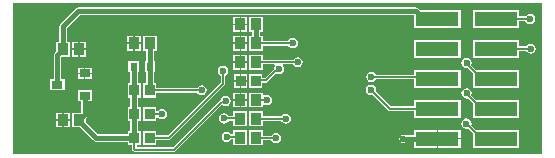
<source format=gbl>
G04*
G04 #@! TF.GenerationSoftware,Altium Limited,Altium Designer,20.2.6 (244)*
G04*
G04 Layer_Physical_Order=2*
G04 Layer_Color=16711680*
%FSLAX25Y25*%
%MOIN*%
G70*
G04*
G04 #@! TF.SameCoordinates,1782C56F-5B0B-48C2-A17B-6D9890C7136C*
G04*
G04*
G04 #@! TF.FilePolarity,Positive*
G04*
G01*
G75*
%ADD11C,0.00500*%
%ADD12C,0.01000*%
%ADD23C,0.02362*%
%ADD24R,0.03543X0.03937*%
%ADD25R,0.03347X0.03740*%
%ADD26R,0.03740X0.02559*%
%ADD27R,0.14488X0.05000*%
%ADD28R,0.02362X0.02756*%
%ADD29C,0.01500*%
G36*
X468095Y326363D02*
X468095Y276000D01*
X291748Y276000D01*
X291748Y326363D01*
X468095Y326363D01*
D02*
G37*
%LPC*%
G36*
X369693Y321760D02*
X367671D01*
Y319541D01*
X369693D01*
Y321760D01*
D02*
G37*
G36*
X367171D02*
X365150D01*
Y319541D01*
X367171D01*
Y321760D01*
D02*
G37*
G36*
X460402Y324181D02*
X444913D01*
Y318181D01*
X460402D01*
Y320416D01*
X462492D01*
X462843Y319890D01*
X463399Y319519D01*
X464055Y319388D01*
X464711Y319519D01*
X465267Y319890D01*
X465639Y320446D01*
X465769Y321102D01*
X465639Y321758D01*
X465267Y322314D01*
X464711Y322686D01*
X464055Y322816D01*
X463399Y322686D01*
X462843Y322314D01*
X462597Y321946D01*
X460402D01*
Y324181D01*
D02*
G37*
G36*
X425906Y324975D02*
X313425D01*
X312937Y324878D01*
X312524Y324602D01*
X307465Y319543D01*
X307189Y319129D01*
X307092Y318642D01*
Y313492D01*
X306095D01*
Y310357D01*
X305595Y309858D01*
X305319Y309444D01*
X305222Y308957D01*
Y300992D01*
X304126D01*
Y297433D01*
X308866D01*
Y300992D01*
X307771D01*
Y308429D01*
X307897Y308555D01*
X310638D01*
Y313492D01*
X309641D01*
Y318114D01*
X313953Y322426D01*
X425378D01*
X425425Y322379D01*
Y318181D01*
X440913D01*
Y324181D01*
X427228D01*
X426807Y324602D01*
X426393Y324878D01*
X425906Y324975D01*
D02*
G37*
G36*
X369693Y319041D02*
X367671D01*
Y316823D01*
X369693D01*
Y319041D01*
D02*
G37*
G36*
X367171D02*
X365150D01*
Y316823D01*
X367171D01*
Y319041D01*
D02*
G37*
G36*
X369693Y315461D02*
X367671D01*
Y313242D01*
X369693D01*
Y315461D01*
D02*
G37*
G36*
X367171D02*
X365150D01*
Y313242D01*
X367171D01*
Y315461D01*
D02*
G37*
G36*
X334260D02*
X332238D01*
Y313242D01*
X334260D01*
Y315461D01*
D02*
G37*
G36*
X331738D02*
X329716D01*
Y313242D01*
X331738D01*
Y315461D01*
D02*
G37*
G36*
X375008Y321760D02*
X370465D01*
Y316823D01*
X371462D01*
Y315461D01*
X370465D01*
Y310524D01*
X375008D01*
Y312227D01*
X383463D01*
X383709Y311859D01*
X384265Y311487D01*
X384921Y311357D01*
X385577Y311487D01*
X386133Y311859D01*
X386505Y312415D01*
X386635Y313071D01*
X386505Y313727D01*
X386133Y314283D01*
X385577Y314654D01*
X384921Y314785D01*
X384265Y314654D01*
X383709Y314283D01*
X383358Y313757D01*
X375008D01*
Y315461D01*
X374011D01*
Y316823D01*
X375008D01*
Y321760D01*
D02*
G37*
G36*
X315953Y313492D02*
X313931D01*
Y311274D01*
X315953D01*
Y313492D01*
D02*
G37*
G36*
X313431D02*
X311409D01*
Y311274D01*
X313431D01*
Y313492D01*
D02*
G37*
G36*
X369693Y312742D02*
X367671D01*
Y310524D01*
X369693D01*
Y312742D01*
D02*
G37*
G36*
X367171D02*
X365150D01*
Y310524D01*
X367171D01*
Y312742D01*
D02*
G37*
G36*
X334260Y312742D02*
X332238D01*
Y310524D01*
X334260D01*
Y312742D01*
D02*
G37*
G36*
X331738D02*
X329716D01*
Y310524D01*
X331738D01*
Y312742D01*
D02*
G37*
G36*
X460402Y314181D02*
X444913D01*
Y308181D01*
X460402D01*
Y310416D01*
X462741D01*
X463040Y309969D01*
X463596Y309597D01*
X464252Y309467D01*
X464908Y309597D01*
X465464Y309969D01*
X465836Y310525D01*
X465966Y311181D01*
X465836Y311837D01*
X465464Y312393D01*
X464908Y312765D01*
X464252Y312895D01*
X463596Y312765D01*
X463040Y312393D01*
X462741Y311946D01*
X460402D01*
Y314181D01*
D02*
G37*
G36*
X315953Y310774D02*
X313931D01*
Y308555D01*
X315953D01*
Y310774D01*
D02*
G37*
G36*
X313431D02*
X311409D01*
Y308555D01*
X313431D01*
Y310774D01*
D02*
G37*
G36*
X440913Y314181D02*
X425425D01*
Y308181D01*
X440913D01*
Y314181D01*
D02*
G37*
G36*
X369693Y309161D02*
X367671D01*
Y306943D01*
X369693D01*
Y309161D01*
D02*
G37*
G36*
X367171D02*
X365150D01*
Y306943D01*
X367171D01*
Y309161D01*
D02*
G37*
G36*
X375008D02*
X370465D01*
Y304224D01*
X375008D01*
Y305928D01*
X378805D01*
X378886Y305824D01*
X379027Y305428D01*
X378731Y304987D01*
X378630Y304475D01*
X375527Y301372D01*
X374811D01*
Y302764D01*
X370465D01*
Y298024D01*
X374811D01*
Y299843D01*
X375844D01*
X376136Y299901D01*
X376385Y300067D01*
X379303Y302985D01*
X379659Y302747D01*
X380315Y302617D01*
X380971Y302747D01*
X381527Y303119D01*
X381898Y303675D01*
X382029Y304331D01*
X381898Y304987D01*
X381604Y305428D01*
X381744Y305824D01*
X381825Y305928D01*
X385038D01*
X385363Y305441D01*
X385919Y305070D01*
X386575Y304940D01*
X387231Y305070D01*
X387787Y305441D01*
X388158Y305998D01*
X388289Y306653D01*
X388158Y307310D01*
X387787Y307866D01*
X387231Y308237D01*
X386575Y308368D01*
X385919Y308237D01*
X385363Y307866D01*
X385090Y307458D01*
X375008D01*
Y309161D01*
D02*
G37*
G36*
X369693Y306443D02*
X367671D01*
Y304224D01*
X369693D01*
Y306443D01*
D02*
G37*
G36*
X367171D02*
X365150D01*
Y304224D01*
X367171D01*
Y306443D01*
D02*
G37*
G36*
X317921Y304732D02*
X315801D01*
Y303203D01*
X317921D01*
Y304732D01*
D02*
G37*
G36*
X315301D02*
X313181D01*
Y303203D01*
X315301D01*
Y304732D01*
D02*
G37*
G36*
X440913Y304181D02*
X425425D01*
Y302503D01*
X412606D01*
X412308Y302950D01*
X411752Y303322D01*
X411096Y303452D01*
X410440Y303322D01*
X409883Y302950D01*
X409512Y302394D01*
X409381Y301738D01*
X409512Y301082D01*
X409883Y300526D01*
X410440Y300154D01*
X411096Y300024D01*
X411752Y300154D01*
X412308Y300526D01*
X412606Y300973D01*
X425425D01*
Y298181D01*
X440913D01*
Y304181D01*
D02*
G37*
G36*
X317921Y302703D02*
X315801D01*
Y301173D01*
X317921D01*
Y302703D01*
D02*
G37*
G36*
X315301D02*
X313181D01*
Y301173D01*
X315301D01*
Y302703D01*
D02*
G37*
G36*
X369693Y302764D02*
X367770D01*
Y300644D01*
X369693D01*
Y302764D01*
D02*
G37*
G36*
X367270D02*
X365347D01*
Y300644D01*
X367270D01*
Y302764D01*
D02*
G37*
G36*
X442874Y308131D02*
X442218Y308001D01*
X441662Y307629D01*
X441291Y307073D01*
X441160Y306417D01*
X441291Y305761D01*
X441662Y305205D01*
X442218Y304834D01*
X442874Y304703D01*
X443237Y304776D01*
X444913Y303100D01*
Y298181D01*
X460402D01*
Y304181D01*
X445995D01*
X444440Y305736D01*
X444458Y305761D01*
X444588Y306417D01*
X444458Y307073D01*
X444086Y307629D01*
X443530Y308001D01*
X442874Y308131D01*
D02*
G37*
G36*
X369693Y300144D02*
X367770D01*
Y298024D01*
X369693D01*
Y300144D01*
D02*
G37*
G36*
X367270D02*
X365347D01*
Y298024D01*
X367270D01*
Y300144D01*
D02*
G37*
G36*
X339575Y315461D02*
X335032D01*
Y310524D01*
X336098D01*
Y306996D01*
X335760D01*
Y303240D01*
X336048D01*
Y299614D01*
X335032D01*
Y294874D01*
X339378D01*
Y296479D01*
X353053D01*
X353321Y296079D01*
X353877Y295708D01*
X354533Y295577D01*
X355188Y295708D01*
X355745Y296079D01*
X356116Y296635D01*
X356247Y297291D01*
X356116Y297947D01*
X355745Y298503D01*
X355188Y298875D01*
X354533Y299005D01*
X353877Y298875D01*
X353321Y298503D01*
X352990Y298009D01*
X339378D01*
Y299614D01*
X338597D01*
Y303240D01*
X339122D01*
Y306996D01*
X338647D01*
Y310524D01*
X339575D01*
Y315461D01*
D02*
G37*
G36*
X369693Y296563D02*
X367671D01*
Y294344D01*
X369693D01*
Y296563D01*
D02*
G37*
G36*
X367171D02*
X365150D01*
Y294344D01*
X367171D01*
Y296563D01*
D02*
G37*
G36*
X375008D02*
X370465D01*
Y291626D01*
X375008D01*
Y292282D01*
X375508Y292549D01*
X375683Y292432D01*
X376339Y292302D01*
X376994Y292432D01*
X377551Y292804D01*
X377922Y293360D01*
X378053Y294016D01*
X377922Y294672D01*
X377551Y295228D01*
X376994Y295599D01*
X376339Y295730D01*
X375683Y295599D01*
X375508Y295482D01*
X375008Y295750D01*
Y296563D01*
D02*
G37*
G36*
X369693Y293845D02*
X367671D01*
Y291626D01*
X369693D01*
Y293845D01*
D02*
G37*
G36*
X367171D02*
X365150D01*
Y291626D01*
X367171D01*
Y293845D01*
D02*
G37*
G36*
X369693Y290264D02*
X365150D01*
Y288678D01*
X363558D01*
X363259Y289125D01*
X362703Y289497D01*
X362047Y289627D01*
X361391Y289497D01*
X360835Y289125D01*
X360464Y288569D01*
X360333Y287913D01*
X360464Y287258D01*
X360835Y286701D01*
X361391Y286330D01*
X362047Y286199D01*
X362703Y286330D01*
X363259Y286701D01*
X363558Y287149D01*
X365150D01*
Y285327D01*
X369693D01*
Y290264D01*
D02*
G37*
G36*
X442874Y297974D02*
X442218Y297843D01*
X441662Y297472D01*
X441291Y296916D01*
X441160Y296260D01*
X441291Y295604D01*
X441662Y295048D01*
X442218Y294676D01*
X442874Y294546D01*
X443369Y294644D01*
X444913Y293100D01*
Y288181D01*
X460402D01*
Y294181D01*
X445995D01*
X444477Y295699D01*
X444588Y296260D01*
X444458Y296916D01*
X444086Y297472D01*
X443530Y297843D01*
X442874Y297974D01*
D02*
G37*
G36*
X410984Y299116D02*
X410328Y298985D01*
X409772Y298614D01*
X409401Y298058D01*
X409270Y297402D01*
X409401Y296746D01*
X409772Y296190D01*
X410328Y295818D01*
X410984Y295688D01*
X411512Y295793D01*
X416664Y290640D01*
X416912Y290475D01*
X417205Y290416D01*
X425425D01*
Y288181D01*
X440913D01*
Y294181D01*
X425425D01*
Y291946D01*
X417521D01*
X412593Y296874D01*
X412698Y297402D01*
X412568Y298058D01*
X412196Y298614D01*
X411640Y298985D01*
X410984Y299116D01*
D02*
G37*
G36*
X310638Y289870D02*
X308616D01*
Y287652D01*
X310638D01*
Y289870D01*
D02*
G37*
G36*
X308116D02*
X306095D01*
Y287652D01*
X308116D01*
Y289870D01*
D02*
G37*
G36*
X339378Y291740D02*
X335032D01*
Y287000D01*
X339378D01*
Y288221D01*
X339878Y288373D01*
X340048Y288119D01*
X340604Y287747D01*
X341260Y287617D01*
X341916Y287747D01*
X342472Y288119D01*
X342843Y288675D01*
X342974Y289331D01*
X342843Y289987D01*
X342472Y290543D01*
X341916Y290914D01*
X341260Y291045D01*
X340604Y290914D01*
X340048Y290543D01*
X339878Y290288D01*
X339378Y290440D01*
Y291740D01*
D02*
G37*
G36*
X375008Y290264D02*
X370465D01*
Y285327D01*
X375008D01*
Y287070D01*
X381087D01*
X381386Y286623D01*
X381943Y286251D01*
X382598Y286121D01*
X383254Y286251D01*
X383810Y286623D01*
X384182Y287179D01*
X384313Y287835D01*
X384182Y288491D01*
X383810Y289047D01*
X383254Y289418D01*
X382598Y289549D01*
X381943Y289418D01*
X381386Y289047D01*
X381087Y288599D01*
X375008D01*
Y290264D01*
D02*
G37*
G36*
X310638Y287152D02*
X308616D01*
Y284933D01*
X310638D01*
Y287152D01*
D02*
G37*
G36*
X308116D02*
X306095D01*
Y284933D01*
X308116D01*
Y287152D01*
D02*
G37*
G36*
X333531Y306996D02*
X330169D01*
Y303240D01*
X330694D01*
Y299614D01*
X329913D01*
Y294874D01*
X330812D01*
Y291740D01*
X329913D01*
Y287000D01*
X330812D01*
Y283866D01*
X329913D01*
Y282771D01*
X319918D01*
X315953Y286736D01*
Y288068D01*
X316452Y288567D01*
X316729Y288981D01*
X316826Y289469D01*
Y293693D01*
X317921D01*
Y297252D01*
X313181D01*
Y293693D01*
X314277D01*
Y289996D01*
X314150Y289870D01*
X311409D01*
Y284933D01*
X314150D01*
X318489Y280595D01*
X318902Y280319D01*
X319390Y280222D01*
X329913D01*
Y279126D01*
X331322D01*
Y277773D01*
X331380Y277481D01*
X331546Y277233D01*
X331839Y276940D01*
X332087Y276774D01*
X332380Y276716D01*
X345276D01*
X345568Y276774D01*
X345816Y276940D01*
X361390Y292513D01*
X361864Y292196D01*
X362520Y292066D01*
X363176Y292196D01*
X363732Y292567D01*
X364103Y293124D01*
X364234Y293779D01*
X364103Y294436D01*
X363732Y294991D01*
X363176Y295363D01*
X362520Y295494D01*
X361864Y295363D01*
X361308Y294991D01*
X360936Y294436D01*
X360868Y294091D01*
X360678Y293964D01*
X344959Y278245D01*
X332851D01*
Y279126D01*
X334260D01*
Y283866D01*
X333361D01*
Y287000D01*
X334260D01*
Y291740D01*
X333361D01*
Y294874D01*
X334260D01*
Y299614D01*
X333243D01*
Y303240D01*
X333531D01*
Y306996D01*
D02*
G37*
G36*
X369693Y283965D02*
X365150D01*
Y282576D01*
X364464D01*
X364165Y283023D01*
X363609Y283395D01*
X362953Y283525D01*
X362297Y283395D01*
X361741Y283023D01*
X361369Y282467D01*
X361239Y281811D01*
X361369Y281155D01*
X361741Y280599D01*
X362297Y280227D01*
X362953Y280097D01*
X363609Y280227D01*
X364165Y280599D01*
X364464Y281046D01*
X365150D01*
Y279028D01*
X369693D01*
Y283965D01*
D02*
G37*
G36*
X361642Y305460D02*
X360986Y305330D01*
X360430Y304958D01*
X360058Y304402D01*
X359928Y303746D01*
X360058Y303090D01*
X360430Y302534D01*
X360877Y302235D01*
Y299833D01*
X343305Y282261D01*
X339378D01*
Y283866D01*
X335032D01*
Y279126D01*
X339378D01*
Y280731D01*
X343622D01*
X343915Y280790D01*
X344163Y280955D01*
X362183Y298975D01*
X362183Y298975D01*
X362348Y299223D01*
X362407Y299516D01*
X362407Y299516D01*
Y302235D01*
X362854Y302534D01*
X363226Y303090D01*
X363356Y303746D01*
X363226Y304402D01*
X362854Y304958D01*
X362298Y305330D01*
X361642Y305460D01*
D02*
G37*
G36*
X440913Y284181D02*
X433419D01*
Y281431D01*
X440913D01*
Y284181D01*
D02*
G37*
G36*
X375008Y283965D02*
X370465D01*
Y279028D01*
X375008D01*
Y280574D01*
X377781D01*
X378079Y280127D01*
X378635Y279755D01*
X379291Y279625D01*
X379947Y279755D01*
X380503Y280127D01*
X380875Y280683D01*
X381005Y281339D01*
X380875Y281995D01*
X380503Y282551D01*
X379947Y282922D01*
X379291Y283053D01*
X378635Y282922D01*
X378079Y282551D01*
X377781Y282103D01*
X375008D01*
Y283965D01*
D02*
G37*
G36*
X442795Y287934D02*
X442139Y287804D01*
X441583Y287433D01*
X441212Y286876D01*
X441081Y286221D01*
X441212Y285564D01*
X441583Y285009D01*
X442139Y284637D01*
X442795Y284506D01*
X443389Y284625D01*
X444913Y283100D01*
Y278181D01*
X460402D01*
Y284181D01*
X445995D01*
X444417Y285758D01*
X444509Y286221D01*
X444379Y286876D01*
X444007Y287433D01*
X443451Y287804D01*
X442795Y287934D01*
D02*
G37*
G36*
X440913Y280931D02*
X433419D01*
Y278181D01*
X440913D01*
Y280931D01*
D02*
G37*
G36*
X432919Y284181D02*
X425425D01*
Y282456D01*
X421732D01*
X421244Y282359D01*
X420831Y282082D01*
X420555Y281669D01*
X420458Y281181D01*
Y281063D01*
X420555Y280575D01*
X420831Y280162D01*
X421244Y279886D01*
X421732Y279788D01*
X422220Y279886D01*
X422252Y279907D01*
X425425D01*
Y278181D01*
X432919D01*
Y281181D01*
Y284181D01*
D02*
G37*
%LPD*%
D11*
X361642Y299516D02*
Y303746D01*
X343622Y281496D02*
X361642Y299516D01*
X337205Y281496D02*
X343622D01*
X354485Y297244D02*
X354533Y297291D01*
X337205Y297244D02*
X354485D01*
X337205Y289370D02*
X341220D01*
X341260Y289331D01*
X372852Y300608D02*
X375844D01*
X379959Y303974D02*
X380315Y304331D01*
X379211Y303974D02*
X379959D01*
X375844Y300608D02*
X379211Y303974D01*
X372638Y300394D02*
X372852Y300608D01*
X345276Y277480D02*
X361219Y293423D01*
X332380Y277480D02*
X345276D01*
X362163Y293423D02*
X362520Y293779D01*
X361219Y293423D02*
X362163D01*
X362953Y281811D02*
X366831D01*
X367284Y281358D01*
X367421Y281496D01*
X417205Y291181D02*
X433169D01*
X410984Y297402D02*
X417205Y291181D01*
X432612Y301738D02*
X433169Y301181D01*
X411096Y301738D02*
X432612D01*
X332087Y277773D02*
Y281496D01*
Y277773D02*
X332380Y277480D01*
X372776Y287835D02*
X382598D01*
X372736Y281496D02*
X372894Y281339D01*
X379291D01*
X372736Y306693D02*
X386535D01*
X386575Y306653D01*
X372736Y312992D02*
X384842D01*
X384921Y313071D01*
X372736Y294094D02*
X376260D01*
X376339Y294016D01*
X367303Y287913D02*
X367421Y287795D01*
X362047Y287913D02*
X367303D01*
X372736Y287795D02*
X372776Y287835D01*
X442795Y286221D02*
X442874D01*
X447913Y281181D02*
X452658D01*
X442874Y286221D02*
X447913Y281181D01*
X442874Y296220D02*
Y296260D01*
X447913Y291181D02*
X452658D01*
X442874Y296220D02*
X447913Y291181D01*
X442874Y306221D02*
Y306417D01*
X447913Y301181D02*
X452658D01*
X442874Y306221D02*
X447913Y301181D01*
X463976Y321181D02*
X464055Y321102D01*
X452658Y321181D02*
X463976D01*
X452658Y311181D02*
X464252D01*
D12*
X452658Y321181D02*
X452854Y321378D01*
X452658Y311181D02*
X453169Y311693D01*
D23*
X361642Y303746D02*
D03*
X354533Y297291D02*
D03*
X391693Y291850D02*
D03*
X341260Y289331D02*
D03*
X380315Y304331D02*
D03*
X362953Y281811D02*
D03*
X410984Y297402D02*
D03*
X411096Y301738D02*
D03*
X362520Y293779D02*
D03*
X379291Y281339D02*
D03*
X386575Y306653D02*
D03*
X384921Y313071D02*
D03*
X376339Y294016D02*
D03*
X362047Y287913D02*
D03*
X382598Y287835D02*
D03*
X421732Y281063D02*
D03*
X442795Y286221D02*
D03*
X442874Y296260D02*
D03*
Y306417D02*
D03*
X464055Y321102D02*
D03*
X464252Y311181D02*
D03*
D24*
X367421Y319291D02*
D03*
X372736D02*
D03*
Y312992D02*
D03*
X367421D02*
D03*
Y294094D02*
D03*
X372736D02*
D03*
X367421Y306693D02*
D03*
X372736D02*
D03*
X367421Y287795D02*
D03*
X372736D02*
D03*
Y281496D02*
D03*
X367421D02*
D03*
X313681Y287402D02*
D03*
X308366D02*
D03*
Y311024D02*
D03*
X313681D02*
D03*
X331988Y312992D02*
D03*
X337303D02*
D03*
D25*
X372638Y300394D02*
D03*
X367520D02*
D03*
X332087Y281496D02*
D03*
X337205D02*
D03*
X332087Y289370D02*
D03*
X337205D02*
D03*
X337205Y297244D02*
D03*
X332087D02*
D03*
D26*
X306496Y299213D02*
D03*
X315551Y295472D02*
D03*
Y302953D02*
D03*
D27*
X433169Y291181D02*
D03*
Y301181D02*
D03*
Y311181D02*
D03*
Y321181D02*
D03*
Y281181D02*
D03*
X452658D02*
D03*
Y291181D02*
D03*
Y301181D02*
D03*
Y311181D02*
D03*
Y321181D02*
D03*
D28*
X331850Y305118D02*
D03*
X337441D02*
D03*
D29*
X337323Y297362D02*
Y305138D01*
X331968Y297362D02*
X332087Y297244D01*
X331968Y297362D02*
Y305000D01*
X331850Y305118D02*
X331968Y305000D01*
X372736Y312992D02*
Y319291D01*
X319390Y281496D02*
X332087D01*
X313681Y287205D02*
X319390Y281496D01*
X313681Y287205D02*
Y287402D01*
X315551Y289469D02*
Y295472D01*
X313681Y287598D02*
X315551Y289469D01*
X313681Y287402D02*
Y287598D01*
X306496Y299213D02*
Y308957D01*
X308366Y310827D01*
Y311024D01*
Y318642D01*
X313425Y323701D01*
X425906D01*
X332087Y281496D02*
Y289370D01*
X332087Y297244D02*
X332087Y297244D01*
Y289370D02*
Y297244D01*
X337323Y305138D02*
X337372Y305187D01*
X337205Y297244D02*
X337323Y297362D01*
X337372Y305187D02*
Y312923D01*
X337303Y312992D02*
X337372Y312923D01*
X425906Y323701D02*
X428425Y321181D01*
X433169D01*
X421732Y281181D02*
X433169D01*
X421732Y281063D02*
Y281181D01*
M02*

</source>
